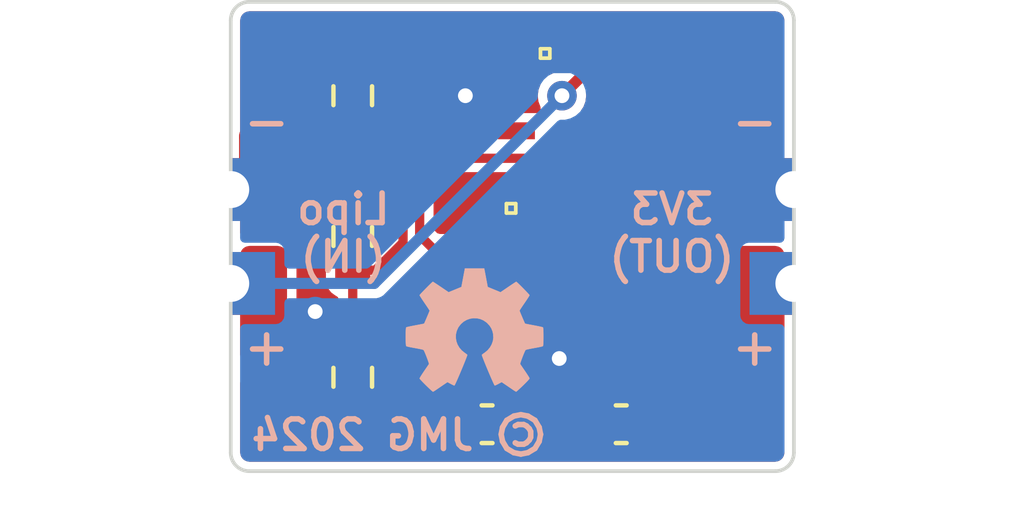
<source format=kicad_pcb>
(kicad_pcb (version 20240108) (generator "pcbnew") (generator_version "8.0")
  (layers (0 "F.Cu" signal) (31 "B.Cu" signal) (34 "B.Paste" user) (35 "F.Paste" user) (36 "B.SilkS" user "B.Silkscreen") (37 "F.SilkS" user "F.Silkscreen") (38 "B.Mask" user) (39 "F.Mask" user) (44 "Edge.Cuts" user))
  (net 0 "")
  (net 1 "/BATT")
  (net 2 "GND")
  (net 3 "+3V3")
  (net 4 "/EN")
  (net 6 "/LTH")
  (net 7 "/HTH")
  (footprint "Resistor_SMD:R_0603_1608Metric_Pad0.98x0.95mm_HandSolder" (layer "F.Cu") (at 155.702 129.54 90)
    (property "Reference" "R1" (hide yes))
    (property "Value" "604k")
    (fp_line (start -0.254724 -0.5225) (end 0.254724 -0.5225) (stroke (width 0.12)) (layer "F.SilkS"))
    (fp_line (start -0.254724 0.5225) (end 0.254724 0.5225) (stroke (width 0.12)) (layer "F.SilkS"))
    (pad "1" smd roundrect (at -0.9125 0 90) (size 0.975 0.95) (layers "F.Cu" "F.Paste" "F.Mask") (net 1 "/BATT"))
    (pad "2" smd roundrect (at 0.9125 0 90) (size 0.975 0.95) (layers "F.Cu" "F.Paste" "F.Mask") (net 6 "/LTH"))
  )
  (footprint "Resistor_SMD:R_0603_1608Metric_Pad0.98x0.95mm_HandSolder" (layer "F.Cu") (at 155.702 125.73 90)
    (property "Reference" "R2" (hide yes))
    (property "Value" "56k")
    (fp_line (start -0.254724 -0.5225) (end 0.254724 -0.5225) (stroke (width 0.12)) (layer "F.SilkS"))
    (fp_line (start -0.254724 0.5225) (end 0.254724 0.5225) (stroke (width 0.12)) (layer "F.SilkS"))
    (pad "1" smd roundrect (at -0.9125 0 90) (size 0.975 0.95) (layers "F.Cu" "F.Paste" "F.Mask") (net 6 "/LTH"))
    (pad "2" smd roundrect (at 0.9125 0 90) (size 0.975 0.95) (layers "F.Cu" "F.Paste" "F.Mask") (net 7 "/HTH"))
  )
  (footprint "Capacitor_SMD:C_0603_1608Metric_Pad1.08x0.95mm_HandSolder" (layer "F.Cu") (at 159.3375 130.81)
    (property "Reference" "C1" (hide yes))
    (property "Value" "10uF")
    (fp_line (start -0.146267 -0.51) (end 0.146267 -0.51) (stroke (width 0.12)) (layer "F.SilkS"))
    (fp_line (start -0.146267 0.51) (end 0.146267 0.51) (stroke (width 0.12)) (layer "F.SilkS"))
    (pad "1" smd roundrect (at -0.8625 0) (size 1.075 0.95) (layers "F.Cu" "F.Paste" "F.Mask") (net 1 "/BATT"))
    (pad "2" smd roundrect (at 0.8625 0) (size 1.075 0.95) (layers "F.Cu" "F.Paste" "F.Mask") (net 2 "GND"))
  )
  (footprint "Footprints:SOIC127P600X163-9N" (layer "F.Cu") (at 161.384 126.873)
    (property "Reference" "U2" (hide yes))
    (property "Value" "AP7362-33SP-13" (hide yes))
    (fp_line (start -1.524 -2.032) (end -1.524 -1.778) (stroke (width 0.1)) (layer "F.SilkS"))
    (fp_line (start -1.524 -1.778) (end -1.27 -1.778) (stroke (width 0.1)) (layer "F.SilkS"))
    (fp_line (start -1.27 -2.032) (end -1.524 -2.032) (stroke (width 0.1)) (layer "F.SilkS"))
    (fp_line (start -1.27 -1.778) (end -1.27 -2.032) (stroke (width 0.1)) (layer "F.SilkS"))
    (pad "1" smd rect (at -2.7 -1.905 90) (size 0.65 1.5) (layers "F.Cu" "F.Paste" "F.Mask") (net 2 "GND"))
    (pad "2" smd rect (at -2.7 -0.635 90) (size 0.65 1.5) (layers "F.Cu" "F.Paste" "F.Mask") (net 4 "/EN"))
    (pad "3" smd rect (at -2.7 0.635 90) (size 0.65 1.5) (layers "F.Cu" "F.Paste" "F.Mask") (net 1 "/BATT"))
    (pad "4" smd rect (at -2.7 1.905 90) (size 0.65 1.5) (layers "F.Cu" "F.Paste" "F.Mask") (net 1 "/BATT"))
    (pad "5" smd rect (at 2.7 1.905 90) (size 0.65 1.5) (layers "F.Cu" "F.Paste" "F.Mask") (net 3 "+3V3"))
    (pad "6" smd rect (at 2.7 0.635 90) (size 0.65 1.5) (layers "F.Cu" "F.Paste" "F.Mask") (net 3 "+3V3"))
    (pad "7" smd rect (at 2.7 -0.635 90) (size 0.65 1.5) (layers "F.Cu" "F.Paste" "F.Mask") (net 3 "+3V3"))
    (pad "8" smd rect (at 2.7 -1.905 90) (size 0.65 1.5) (layers "F.Cu" "F.Paste" "F.Mask"))
    (pad "9" smd rect (at 0 0) (size 2.71 3.35) (layers "F.Cu" "F.Paste" "F.Mask") (net 2 "GND"))
  )
  (footprint "Footprints:SOT-23-5_M5_MCH-L" (layer "F.Cu") (at 161.544 121.92)
    (property "Reference" "U1" (hide yes))
    (property "Value" "MIC2779H-1YM5-TR")
    (fp_line (start -0.762 -1.27) (end -0.762 -1.016) (stroke (width 0.1)) (layer "F.SilkS"))
    (fp_line (start -0.762 -1.016) (end -0.508 -1.016) (stroke (width 0.1)) (layer "F.SilkS"))
    (fp_line (start -0.508 -1.27) (end -0.762 -1.27) (stroke (width 0.1)) (layer "F.SilkS"))
    (fp_line (start -0.508 -1.016) (end -0.508 -1.27) (stroke (width 0.1)) (layer "F.SilkS"))
    (pad "1" smd rect (at -1.262451 -0.950001) (size 1 0.458) (drill (offset -0.15 0)) (layers "F.Cu" "F.Paste" "F.Mask") (net 7 "/HTH"))
    (pad "2" smd rect (at -1.262451 0) (size 1 0.458) (drill (offset -0.15 0)) (layers "F.Cu" "F.Paste" "F.Mask") (net 2 "GND"))
    (pad "3" smd rect (at -1.262451 0.950001) (size 1 0.458) (drill (offset -0.15 0)) (layers "F.Cu" "F.Paste" "F.Mask") (net 6 "/LTH"))
    (pad "4" smd rect (at 1.262451 0.950001) (size 1 0.458) (drill (offset 0.15 0)) (layers "F.Cu" "F.Paste" "F.Mask") (net 4 "/EN"))
    (pad "5" smd rect (at 1.262451 -0.950001) (size 1 0.458) (drill (offset 0.15 0)) (layers "F.Cu" "F.Paste" "F.Mask") (net 1 "/BATT"))
  )
  (footprint "Resistor_SMD:R_0603_1608Metric_Pad0.98x0.95mm_HandSolder" (layer "F.Cu") (at 155.702 121.92 90)
    (property "Reference" "R3" (hide yes))
    (property "Value" "340k")
    (fp_line (start -0.254724 -0.5225) (end 0.254724 -0.5225) (stroke (width 0.12)) (layer "F.SilkS"))
    (fp_line (start -0.254724 0.5225) (end 0.254724 0.5225) (stroke (width 0.12)) (layer "F.SilkS"))
    (pad "1" smd roundrect (at -0.9125 0 90) (size 0.975 0.95) (layers "F.Cu" "F.Paste" "F.Mask") (net 7 "/HTH"))
    (pad "2" smd roundrect (at 0.9125 0 90) (size 0.975 0.95) (layers "F.Cu" "F.Paste" "F.Mask") (net 2 "GND"))
  )
  (footprint "Capacitor_SMD:C_0603_1608Metric_Pad1.08x0.95mm_HandSolder" (layer "F.Cu") (at 162.9675 130.81 180)
    (property "Reference" "C2" (hide yes))
    (property "Value" "10uF")
    (fp_line (start -0.146267 0.51) (end 0.146267 0.51) (stroke (width 0.12)) (layer "F.SilkS"))
    (fp_line (start -0.146267 -0.51) (end 0.146267 -0.51) (stroke (width 0.12)) (layer "F.SilkS"))
    (pad "1" smd roundrect (at -0.8625 0 180) (size 1.075 0.95) (layers "F.Cu" "F.Paste" "F.Mask") (net 3 "+3V3"))
    (pad "2" smd roundrect (at 0.8625 0 180) (size 1.075 0.95) (layers "F.Cu" "F.Paste" "F.Mask") (net 2 "GND"))
  )
  (footprint "Connector_PinHeader_2.54mm:PinHeader_1x02_P2.54mm_Vertical" (layer "F.Cu") (at 152.4 124.46)
    (property "Reference" "J1" (hide yes))
    (property "Value" "Conn_01x02_Pin")
    (pad "1" thru_hole rect (at 0 0) (size 1.2 1.7) (drill 1 (offset 0.6 0)) (layers "*.Cu" "*.Mask") (net 2 "GND"))
    (pad "2" thru_hole rect (at 0 2.54) (size 1.2 1.7) (drill 1 (offset 0.6 0)) (layers "*.Cu" "*.Mask") (net 1 "/BATT"))
  )
  (footprint "Connector_PinHeader_2.54mm:PinHeader_1x02_P2.54mm_Vertical" (layer "F.Cu") (at 167.64 124.46)
    (property "Reference" "J2" (hide yes))
    (property "Value" "Conn_01x02_Pin")
    (pad "1" thru_hole rect (at 0 0) (size 1.2 1.7) (drill 1 (offset -0.6 0)) (layers "*.Cu" "*.Mask") (net 2 "GND"))
    (pad "2" thru_hole rect (at 0 2.54) (size 1.2 1.7) (drill 1 (offset -0.6 0)) (layers "*.Cu" "*.Mask") (net 3 "+3V3"))
  )
  (footprint "Symbol:OSHW-Symbol_6.7x6mm_SilkScreen" (layer "B.Cu") (at 159.004 128.27 180)
    (property "Reference" "REF**" (hide yes))
    (property "Value" "OSHW-Symbol_6.7x6mm_SilkScreen" (hide yes))
    (fp_poly (pts (xy 0.312645 1.423725) (xy 0.359794 1.173624) (xy 0.533767 1.101907) (xy 0.70774 1.030189) (xy 0.91645 1.172111) (xy 0.9749 1.211627) (xy 1.027736 1.246909) (xy 1.072491 1.276347) (xy 1.106701 1.29833) (xy 1.1279 1.311247) (xy 1.133673 1.314032) (xy 1.144074 1.306869) (xy 1.166298 1.287066) (xy 1.197855 1.257152) (xy 1.236255 1.219658) (xy 1.279004 1.177113) (xy 1.323614 1.132047) (xy 1.367592 1.086989) (xy 1.408447 1.04447) (xy 1.443689 1.007018) (xy 1.470826 0.977164) (xy 1.487367 0.957438) (xy 1.491322 0.950836) (xy 1.485631 0.938666) (xy 1.469676 0.912002) (xy 1.445134 0.873453) (xy 1.413684 0.825628) (xy 1.377003 0.771135) (xy 1.355748 0.740052) (xy 1.317005 0.683298) (xy 1.282578 0.632081) (xy 1.254137 0.588954) (xy 1.233353 0.556465) (xy 1.221894 0.537162) (xy 1.220172 0.533106) (xy 1.224076 0.521579) (xy 1.234716 0.494711) (xy 1.250486 0.456282) (xy 1.269782 0.410068) (xy 1.290998 0.359847) (xy 1.31253 0.309398) (xy 1.33277 0.262497) (xy 1.350115 0.222921) (xy 1.362959 0.19445) (xy 1.369696 0.180859) (xy 1.370094 0.180324) (xy 1.380673 0.177729) (xy 1.408847 0.17194) (xy 1.451695 0.163525) (xy 1.506298 0.153055) (xy 1.569736 0.141097) (xy 1.606748 0.134202) (xy 1.674534 0.121296) (xy 1.73576 0.109014) (xy 1.78733 0.098031) (xy 1.826145 0.089016) (xy 1.849108 0.082642) (xy 1.853724 0.08062) (xy 1.858245 0.066933) (xy 1.861893 0.036022) (xy 1.86467 -0.008498) (xy 1.866579 -0.063014) (xy 1.867622 -0.123911) (xy 1.867802 -0.187573) (xy 1.867121 -0.250388) (xy 1.865581 -0.308738) (xy 1.863186 -0.35901) (xy 1.859937 -0.397589) (xy 1.855837 -0.42086) (xy 1.853378 -0.425705) (xy 1.838679 -0.431511) (xy 1.807533 -0.439814) (xy 1.76406 -0.449635) (xy 1.712379 -0.460001) (xy 1.694338 -0.463353) (xy 1.607357 -0.479286) (xy 1.538648 -0.492117) (xy 1.48594 -0.502357) (xy 1.446966 -0.510515) (xy 1.419452 -0.517101) (xy 1.401129 -0.522627) (xy 1.389728 -0.5276) (xy 1.382976 -0.532532) (xy 1.382032 -0.533506) (xy 1.372603 -0.549208) (xy 1.35822 -0.579765) (xy 1.340318 -0.621436) (xy 1.320333 -0.670479) (xy 1.299702 -0.723154) (xy 1.279862 -0.775716) (xy 1.262247 -0.824426) (xy 1.248295 -0.865541) (xy 1.239442 -0.895318) (xy 1.237124 -0.910018) (xy 1.237317 -0.910533) (xy 1.245172 -0.922548) (xy 1.262993 -0.948984) (xy 1.288907 -0.98709) (xy 1.321041 -1.034112) (xy 1.357521 -1.087302) (xy 1.367911 -1.102417) (xy 1.404955 -1.157217) (xy 1.437552 -1.207216) (xy 1.463927 -1.249544) (xy 1.482303 -1.28133) (xy 1.490906 -1.299701) (xy 1.491322 -1.301958) (xy 1.484095 -1.313822) (xy 1.464124 -1.337323) (xy 1.433976 -1.369937) (xy 1.396221 -1.409138) (xy 1.353423 -1.452399) (xy 1.308152 -1.497196) (xy 1.262973 -1.541002) (xy 1.220455 -1.581291) (xy 1.183164 -1.615539) (xy 1.153669 -1.641217) (xy 1.134537 -1.655802) (xy 1.129243 -1.658184) (xy 1.116924 -1.652575) (xy 1.0917 -1.637448) (xy 1.05768 -1.615351) (xy 1.031505 -1.597565) (xy 0.984079 -1.564929) (xy 0.927914 -1.526503) (xy 0.871578 -1.488138) (xy 0.84129 -1.467604) (xy 0.738771 -1.398262) (xy 0.652713 -1.444792) (xy 0.613508 -1.465176) (xy 0.58017 -1.48102) (xy 0.557612 -1.490057) (xy 0.55187 -1.491314) (xy 0.544965 -1.48203) (xy 0.531344 -1.455795) (xy 0.512022 -1.415029) (xy 0.488018 -1.362153) (xy 0.460346 -1.299585) (xy 0.430025 -1.229745) (xy 0.398072 -1.155055) (xy 0.365502 -1.077933) (xy 0.333333 -1.0008) (xy 0.302582 -0.926076) (xy 0.274266 -0.856179) (xy 0.249401 -0.793532) (xy 0.229004 -0.740553) (xy 0.214092 -0.699662) (xy 0.205682 -0.673278) (xy 0.20433 -0.664218) (xy 0.215049 -0.65266) (xy 0.23852 -0.633899) (xy 0.269834 -0.611832) (xy 0.272462 -0.610086) (xy 0.353398 -0.5453) (xy 0.418659 -0.469716) (xy 0.467679 -0.385753) (xy 0.499893 -0.295825) (xy 0.514735 -0.202351) (xy 0.511641 -0.107748) (xy 0.490044 -0.01443) (xy 0.449378 0.075182) (xy 0.437414 0.094788) (xy 0.375185 0.17396) (xy 0.301669 0.237535) (xy 0.219411 0.285185) (xy 0.130954 0.316578) (xy 0.038844 0.331383) (xy -0.054375 0.32927) (xy -0.146158 0.309909) (xy -0.233963 0.272967) (xy -0.315243 0.218117) (xy -0.340386 0.195855) (xy -0.404374 0.126166) (xy -0.451002 0.052805) (xy -0.482987 -0.029427) (xy -0.5008 -0.110862) (xy -0.505198 -0.202421) (xy -0.490534 -0.294435) (xy -0.458299 -0.383792) (xy -0.409981 -0.467384) (xy -0.34707 -0.5421) (xy -0.271055 -0.604831) (xy -0.261065 -0.611443) (xy -0.229415 -0.633098) (xy -0.205355 -0.65186) (xy -0.193853 -0.66384) (xy -0.193686 -0.664218) (xy -0.196155 -0.677177) (xy -0.205944 -0.706587) (xy -0.222036 -0.750031) (xy -0.243413 -0.805088) (xy -0.269058 -0.869338) (xy -0.297954 -0.940363) (xy -0.329083 -1.015743) (xy -0.361429 -1.093059) (xy -0.393974 -1.169892) (xy -0.4257 -1.24382) (xy -0.455592 -1.312427) (xy -0.48263 -1.373292) (xy -0.505799 -1.423995) (xy -0.52408 -1.462119) (xy -0.536457 -1.485241) (xy -0.541442 -1.491314) (xy -0.556672 -1.486585) (xy -0.58517 -1.473903) (xy -0.622021 -1.455531) (xy -0.642285 -1.444792) (xy -0.728343 -1.398262) (xy -0.830862 -1.467604) (xy -0.883194 -1.503128) (xy -0.940491 -1.542221) (xy -0.994183 -1.579029) (xy -1.021077 -1.597565) (xy -1.058903 -1.622965) (xy -1.090932 -1.643094) (xy -1.112988 -1.655402) (xy -1.120151 -1.658004) (xy -1.130577 -1.650984) (xy -1.153653 -1.631391) (xy -1.187142 -1.601256) (xy -1.228804 -1.562615) (xy -1.276404 -1.517501) (xy -1.306509 -1.488535) (xy -1.359179 -1.436785) (xy -1.404697 -1.390499) (xy -1.441224 -1.351656) (xy -1.466919 -1.322237) (xy -1.479943 -1.304221) (xy -1.481193 -1.300565) (xy -1.475394 -1.286658) (xy -1.459371 -1.258539) (xy -1.434901 -1.219056) (xy -1.403761 -1.171054) (xy -1.36773 -1.117381) (xy -1.357482 -1.102417) (xy -1.320146 -1.048031) (xy -1.286649 -0.999065) (xy -1.258866 -0.958272) (xy -1.238667 -0.928401) (xy -1.227926 -0.912207) (xy -1.226889 -0.910533) (xy -1.22844 -0.897627) (xy -1.236677 -0.869251) (xy -1.250163 -0.829147) (xy -1.267461 -0.781057) (xy -1.287137 -0.728722) (xy -1.307751 -0.675885) (xy -1.327871 -0.626286) (xy -1.346058 -0.583668) (xy -1.360877 -0.551773) (xy -1.370892 -0.534342) (xy -1.371603 -0.533506) (xy -1.377727 -0.528525) (xy -1.38807 -0.523599) (xy -1.404903 -0.518217) (xy -1.430495 -0.511872) (xy -1.467117 -0.504051) (xy -1.51704 -0.494247) (xy -1.582533 -0.481948) (xy -1.665867 -0.466644) (xy -1.683909 -0.463353) (xy -1.737385 -0.453022) (xy -1.784004 -0.442914) (xy -1.819647 -0.434007) (xy -1.840194 -0.427275) (xy -1.84295 -0.425705) (xy -1.84749 -0.41179) (xy -1.85118 -0.380694) (xy -1.854018 -0.33603) (xy -1.856001 -0.281416) (xy -1.857127 -0.220464) (xy -1.857395 -0.156791) (xy -1.856799 -0.094009) (xy -1.855339 -0.035734) (xy -1.853013 0.014418) (xy -1.849816 0.052834) (xy -1.845748 0.0759) (xy -1.843296 0.08062) (xy -1.829642 0.085383) (xy -1.798551 0.093129) (xy -1.753122 0.10319) (xy -1.69645 0.114891) (xy -1.631634 0.127561) (xy -1.596319 0.134202) (xy -1.529317 0.146727) (xy -1.469567 0.158073) (xy -1.41999 0.167672) (xy -1.383505 0.174954) (xy -1.363035 0.179349) (xy -1.359666 0.180324) (xy -1.353971 0.191311) (xy -1.341934 0.217775) (xy -1.325159 0.255935) (xy -1.305249 0.30201) (xy -1.283811 0.352221) (xy -1.262448 0.402786) (xy -1.242765 0.449923) (xy -1.226365 0.489854) (xy -1.214855 0.518796) (xy -1.209837 0.53297) (xy -1.209744 0.533589) (xy -1.215432 0.54477) (xy -1.231377 0.5705) (xy -1.255906 0.608221) (xy -1.28734 0.655377) (xy -1.324005 0.70941) (xy -1.345319 0.740446) (xy -1.384157 0.797354) (xy -1.418652 0.84902) (xy -1.447122 0.892831) (xy -1.467883 0.926173) (xy -1.479252 0.946433) (xy -1.480893 0.950975) (xy -1.473835 0.961546) (xy -1.454322 0.984117) (xy -1.424847 1.01616) (xy -1.387903 1.055145) (xy -1.345981 1.098544) (xy -1.301575 1.143829) (xy -1.257177 1.18847) (xy -1.215281 1.22994) (xy -1.178377 1.265708) (xy -1.14896 1.293246) (xy -1.129521 1.310028) (xy -1.123018 1.314032) (xy -1.11243 1.308401) (xy -1.087104 1.29258) (xy -1.049505 1.268181) (xy -1.002093 1.236814) (xy -0.947331 1.20009) (xy -0.906022 1.172111) (xy -0.697312 1.030189) (xy -0.349365 1.173624) (xy -0.302217 1.423725) (xy -0.255067 1.673826) (xy 0.265496 1.673826) (xy 0.312645 1.423725)) (stroke (width 0.01)) (fill solid) (layer "B.SilkS"))
  )
  (gr_line (start 167.64 119.88) (end 167.64 131.58) (stroke (width 0.1)) (layer "Edge.Cuts"))
  (gr_line (start 152.9 119.38) (end 167.14 119.38) (stroke (width 0.1)) (layer "Edge.Cuts"))
  (gr_line (start 167.14 132.08) (end 152.9 132.08) (stroke (width 0.1)) (layer "Edge.Cuts"))
  (gr_line (start 152.4 131.58) (end 152.4 119.88) (stroke (width 0.1)) (layer "Edge.Cuts"))
  (gr_arc (start 167.14 119.38) (mid 167.493553 119.526447) (end 167.64 119.88) (stroke (width 0.1)) (layer "Edge.Cuts"))
  (gr_arc (start 152.9 132.08) (mid 152.546447 131.933553) (end 152.4 131.58) (stroke (width 0.1)) (layer "Edge.Cuts"))
  (gr_arc (start 167.64 131.58) (mid 167.493553 131.933553) (end 167.14 132.08) (stroke (width 0.1)) (layer "Edge.Cuts"))
  (gr_arc (start 152.4 119.88) (mid 152.546447 119.526447) (end 152.9 119.38) (stroke (width 0.1)) (layer "Edge.Cuts"))
  (gr_text "Lipo\n(IN)" (at 155.448 126.746 0) (layer "B.SilkS") (effects (font (size 0.8 0.8)) (justify bottom mirror)))
  (gr_text "© JMG 2024" (at 161.036 131.572 0) (layer "B.SilkS") (effects (font (size 0.8 0.8)) (justify left bottom mirror)))
  (gr_text "+" (at 152.654 129.286 0) (layer "B.SilkS") (effects (font (size 1 1)) (justify left bottom)))
  (gr_text "-" (at 152.654 123.19 0) (layer "B.SilkS") (effects (font (size 1 1)) (justify left bottom)))
  (gr_text "-" (at 165.862 123.19 0) (layer "B.SilkS") (effects (font (size 1 1)) (justify left bottom)))
  (gr_text "+" (at 165.862 129.286 0) (layer "B.SilkS") (effects (font (size 1 1)) (justify left bottom)))
  (gr_text "3V3\n(OUT)" (at 164.338 126.746 0) (layer "B.SilkS") (effects (font (size 0.8 0.8)) (justify bottom mirror)))
  (segment (start 156.3791 130.4525) (end 155.702 130.4525) (width 0.75) (layer "F.Cu") (net 1))
  (segment (start 157.9266 128.905) (end 156.3791 130.4525) (width 0.75) (layer "F.Cu") (net 1))
  (segment (start 158.59 128.905) (end 158.59 130.695) (width 0.75) (layer "F.Cu") (net 1))
  (segment (start 158.59 130.695) (end 158.475 130.81) (width 0.75) (layer "F.Cu") (net 1))
  (segment (start 152.775 127.375) (end 152.775 127) (width 0.75) (layer "F.Cu") (net 1))
  (segment (start 161.364 121.92) (end 162.314 120.97) (width 0.3) (layer "F.Cu") (net 1))
  (segment (start 158.59 128.905) (end 158.115 128.905) (width 0.75) (layer "F.Cu") (net 1))
  (segment (start 158.59 128.905) (end 157.9266 128.905) (width 0.75) (layer "F.Cu") (net 1))
  (segment (start 162.552 120.97) (end 162.314 120.97) (width 0.3) (layer "F.Cu") (net 1))
  (segment (start 155.0905 130.4525) (end 155.702 130.4525) (width 0.75) (layer "F.Cu") (net 1))
  (segment (start 158.115 127.635) (end 158.59 127.635) (width 0.75) (layer "F.Cu") (net 1))
  (segment (start 158.115 128.905) (end 157.48 128.27) (width 0.75) (layer "F.Cu") (net 1))
  (segment (start 157.48 128.27) (end 158.115 127.635) (width 0.75) (layer "F.Cu") (net 1))
  (segment (start 153.416 128.778) (end 153.416 128.016) (width 0.75) (layer "F.Cu") (net 1))
  (segment (start 153.416 128.016) (end 152.775 127.375) (width 0.75) (layer "F.Cu") (net 1))
  (segment (start 153.416 128.778) (end 155.0905 130.4525) (width 0.75) (layer "F.Cu") (net 1))
  (via (at 161.364 121.92) (size 0.8) (drill 0.4) (layers "F.Cu" "B.Cu") (net 1))
  (segment (start 153 127) (end 152.55 127) (width 0.3) (layer "B.Cu") (net 1))
  (segment (start 156.284 127) (end 153 127) (width 0.3) (layer "B.Cu") (net 1))
  (segment (start 161.364 121.92) (end 156.284 127) (width 0.3) (layer "B.Cu") (net 1))
  (segment (start 153.6609 123.0331) (end 153 123.0331) (width 0.75) (layer "F.Cu") (net 2))
  (segment (start 166.873 124.068) (end 167.265 124.46) (width 0.75) (layer "F.Cu") (net 2))
  (segment (start 160.2865 125.4646) (end 159.9169 125.095) (width 0.75) (layer "F.Cu") (net 2))
  (segment (start 161.764 124.068) (end 166.873 124.068) (width 0.75) (layer "F.Cu") (net 2))
  (segment (start 160.773 126.321) (end 160.773 125.4646) (width 0.75) (layer "F.Cu") (net 2))
  (segment (start 161.29 129.995) (end 162.105 130.81) (width 0.75) (layer "F.Cu") (net 2))
  (segment (start 158.59 125.095) (end 159.9169 125.095) (width 0.75) (layer "F.Cu") (net 2))
  (segment (start 161.29 127) (end 161.29 129.032) (width 0.75) (layer "F.Cu") (net 2))
  (segment (start 153.6609 123.0331) (end 155.6865 121.0075) (width 0.75) (layer "F.Cu") (net 2))
  (segment (start 161.015 129.995) (end 160.2 130.81) (width 0.75) (layer "F.Cu") (net 2))
  (segment (start 161.29 126.838) (end 161.29 127) (width 0.75) (layer "F.Cu") (net 2))
  (segment (start 160.773 126.321) (end 161.29 126.838) (width 0.75) (layer "F.Cu") (net 2))
  (segment (start 161.29 129.032) (end 161.29 129.995) (width 0.75) (layer "F.Cu") (net 2))
  (segment (start 160.773 125.4646) (end 160.2865 125.4646) (width 0.75) (layer "F.Cu") (net 2))
  (segment (start 161.384 124.448) (end 161.764 124.068) (width 0.75) (layer "F.Cu") (net 2))
  (segment (start 155.6865 121.0075) (end 155.702 121.0075) (width 0.75) (layer "F.Cu") (net 2))
  (segment (start 155.575 121.0075) (end 155.575 121.119) (width 0.75) (layer "F.Cu") (net 2))
  (segment (start 161.29 129.995) (end 161.015 129.995) (width 0.75) (layer "F.Cu") (net 2))
  (segment (start 153 124.46) (end 153 123.0331) (width 0.75) (layer "F.Cu") (net 2))
  (segment (start 161.384 126.873) (end 161.384 124.448) (width 0.75) (layer "F.Cu") (net 2))
  (segment (start 158.75 121.92) (end 160.281549 121.92) (width 0.3) (layer "F.Cu") (net 2))
  (via (at 161.29 129.032) (size 0.8) (drill 0.4) (layers "F.Cu" "B.Cu") (net 2))
  (via (at 158.75 121.92) (size 0.8) (drill 0.4) (layers "F.Cu" "B.Cu") (net 2))
  (via (at 154.686 127.762) (size 0.8) (drill 0.4) (layers "F.Cu" "B.Cu") (net 2))
  (segment (start 157.3619 124.46) (end 153 124.46) (width 0.75) (layer "B.Cu") (net 2))
  (segment (start 160.8872 120.9347) (end 159.64345 122.17845) (width 0.75) (layer "B.Cu") (net 2))
  (segment (start 162.3378 120.9347) (end 160.8872 120.9347) (width 0.75) (layer "B.Cu") (net 2))
  (segment (start 158.69095 123.13095) (end 158.75 123.0719) (width 0.75) (layer "B.Cu") (net 2))
  (segment (start 159.64345 122.17845) (end 158.69095 123.13095) (width 0.75) (layer "B.Cu") (net 2))
  (segment (start 167.04 124.46) (end 165.8631 124.46) (width 0.75) (layer "B.Cu") (net 2))
  (segment (start 158.75 123.0719) (end 158.75 121.92) (width 0.75) (layer "B.Cu") (net 2))
  (segment (start 158.75 121.92) (end 159.00845 122.17845) (width 0.3) (layer "B.Cu") (net 2))
  (segment (start 158.69095 123.13095) (end 157.3619 124.46) (width 0.75) (layer "B.Cu") (net 2))
  (segment (start 159.00845 122.17845) (end 159.64345 122.17845) (width 0.3) (layer "B.Cu") (net 2))
  (segment (start 165.8631 124.46) (end 162.3378 120.9347) (width 0.75) (layer "B.Cu") (net 2))
  (segment (start 163.99 128.905) (end 163.99 130.65) (width 0.75) (layer "F.Cu") (net 3))
  (segment (start 163.99 127) (end 163.99 127.635) (width 0.75) (layer "F.Cu") (net 3))
  (segment (start 163.99 127) (end 167.04 127) (width 0.75) (layer "F.Cu") (net 3))
  (segment (start 163.99 126.365) (end 163.99 127) (width 0.75) (layer "F.Cu") (net 3))
  (segment (start 163.99 127.635) (end 163.99 128.905) (width 0.75) (layer "F.Cu") (net 3))
  (segment (start 163.99 130.65) (end 163.83 130.81) (width 0.75) (layer "F.Cu") (net 3))
  (segment (start 161.0965 123.613) (end 161.8395 122.87) (width 0.25) (layer "F.Cu") (net 4))
  (segment (start 158.59 126.365) (end 158.179804 126.365) (width 0.25) (layer "F.Cu") (net 4))
  (segment (start 161.8395 122.87) (end 162.806451 122.870001) (width 0.25) (layer "F.Cu") (net 4))
  (segment (start 158.5346 123.6131) (end 161.0965 123.6131) (width 0.25) (layer "F.Cu") (net 4))
  (segment (start 158.179804 126.365) (end 157.5131 125.698296) (width 0.25) (layer "F.Cu") (net 4))
  (segment (start 157.5131 125.698296) (end 157.5131 124.6346) (width 0.25) (layer "F.Cu") (net 4))
  (segment (start 161.0965 123.6131) (end 161.0965 123.613) (width 0.25) (layer "F.Cu") (net 4))
  (segment (start 157.5131 124.6346) (end 158.5346 123.6131) (width 0.25) (layer "F.Cu") (net 4))
  (segment (start 155.702 126.6425) (end 156.3135 126.6425) (width 0.25) (layer "F.Cu") (net 6))
  (segment (start 155.702 128.6275) (end 155.702 126.6425) (width 0.25) (layer "F.Cu") (net 6))
  (segment (start 157.0631 125.8929) (end 157.0631 124.448204) (width 0.25) (layer "F.Cu") (net 6))
  (segment (start 157.0631 124.448204) (end 158.641304 122.87) (width 0.25) (layer "F.Cu") (net 6))
  (segment (start 156.3135 126.6425) (end 157.0631 125.8929) (width 0.25) (layer "F.Cu") (net 6))
  (segment (start 158.641304 122.87) (end 160.281549 122.870001) (width 0.25) (layer "F.Cu") (net 6))
  (segment (start 155.9325 126.6425) (end 155.575 126.6425) (width 0.25) (layer "F.Cu") (net 6))
  (segment (start 156.5675 122.8325) (end 158.430001 120.969999) (width 0.25) (layer "F.Cu") (net 7))
  (segment (start 155.702 124.8175) (end 155.702 122.8325) (width 0.25) (layer "F.Cu") (net 7))
  (segment (start 158.430001 120.969999) (end 160.281549 120.969999) (width 0.25) (layer "F.Cu") (net 7))
  (segment (start 155.702 122.8325) (end 156.5675 122.8325) (width 0.25) (layer "F.Cu") (net 7))
  (zone (net 1) (net_name "/BATT") (layer "F.Cu") (priority 1) (connect_pads yes (clearance 0.25)) (min_thickness 0.25) (fill yes (thermal_gap 0.5) (thermal_bridge_width 0.5) (smoothing fillet) (radius 0.25))
    (polygon (pts (xy 152.654 125.984) (xy 153.924 125.984) (xy 153.924 128.524) (xy 154.686 129.286) (xy 156.464 129.286) (xy 156.464 127.762) (xy 157.226 127) (xy 159.512 127) (xy 159.512 129.794) (xy 159.258 130.302) (xy 159.258 131.318) (xy 154.94 131.318) (xy 152.654 129.032)))
  )
  (zone (net 3) (net_name "+3V3") (layer "F.Cu") (priority 2) (connect_pads yes (clearance 0.25)) (min_thickness 0.25) (fill yes (thermal_gap 0.5) (thermal_bridge_width 0.5) (smoothing fillet) (radius 0.25))
    (polygon (pts (xy 163.068 131.318) (xy 163.068 125.73) (xy 165.1 125.73) (xy 165.354 125.984) (xy 167.386 125.984) (xy 167.386 129.032) (xy 164.592 131.318)))
  )
  (zone (net 2) (net_name "GND") (layers "F&B.Cu") (connect_pads yes (clearance 0.25)) (min_thickness 0.25) (fill yes (thermal_gap 0.5) (thermal_bridge_width 0.5) (smoothing fillet) (radius 0.25))
    (polygon (pts (xy 167.386 119.634) (xy 152.654 119.634) (xy 152.654 131.826) (xy 167.386 131.826)))
  )
)
</source>
